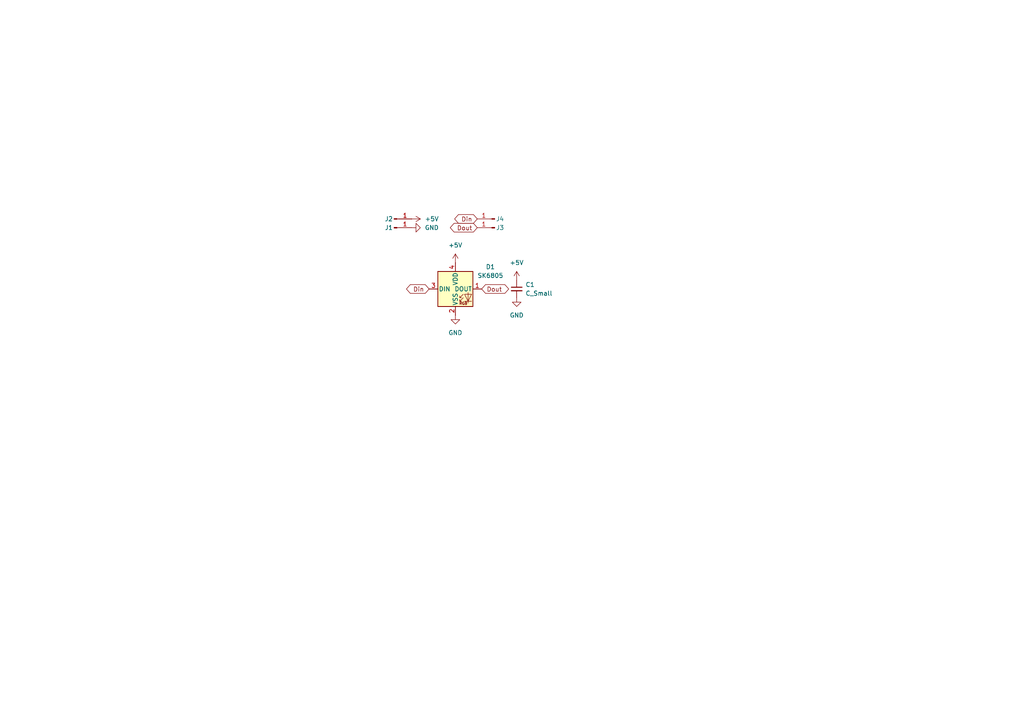
<source format=kicad_sch>
(kicad_sch (version 20250114) (generator "eeschema") (generator_version "9.0")
  (paper "A4")
  (lib_symbols
    (symbol "Connector:Conn_01x01_Pin" (pin_names (offset 1.016) (hide yes))
      (property "Reference" "J" (at 0 2.54 0))
      (property "Value" "Conn_01x01_Pin" (at 0 -2.54 0))
      (symbol "Conn_01x01_Pin_1_1"
        (rectangle (start 0.8636 0.127) (end 0 -0.127) (stroke (width 0.1524)) (fill (type outline)))
        (polyline (pts (xy 1.27 0) (xy 0.8636 0)) (stroke (width 0.1524)))
        (pin passive line (at 5.08 0 180) (length 3.81) (name "Pin_1") (number "1"))
      )
    )
    (symbol "Device:C_Small" (pin_numbers (hide yes)) (pin_names (offset 0.254) (hide yes))
      (property "Reference" "C" (at 0.254 1.778 0))
      (property "Value" "C_Small" (at 0.254 -2.032 0))
      (symbol "C_Small_0_1"
        (polyline (pts (xy -1.524 0.508) (xy 1.524 0.508)) (stroke (width 0.3048)))
        (polyline (pts (xy -1.524 -0.508) (xy 1.524 -0.508)) (stroke (width 0.3302)))
      )
      (symbol "C_Small_1_1"
        (pin passive line (at 0 2.54 270) (length 2.032) (name "~") (number "1"))
        (pin passive line (at 0 -2.54 90) (length 2.032) (name "~") (number "2"))
      )
    )
    (symbol "LED:SK6805" (pin_names (offset 0.254))
      (property "Reference" "D" (at 5.08 5.715 0))
      (property "Value" "SK6805" (at 1.27 -5.715 0))
      (symbol "SK6805_0_0"
        (text "RGB" (at 2.286 -4.191 0) (effects (font (size 0.762 0.762))))
      )
      (symbol "SK6805_0_1"
        (polyline (pts (xy 1.27 -2.54) (xy 1.778 -2.54)))
        (polyline (pts (xy 1.27 -3.556) (xy 1.778 -3.556)))
        (polyline (pts (xy 2.286 -1.524) (xy 1.27 -2.54) (xy 1.27 -2.032)))
        (polyline (pts (xy 2.286 -2.54) (xy 1.27 -3.556) (xy 1.27 -3.048)))
        (polyline (pts (xy 3.683 -1.016) (xy 3.683 -3.556) (xy 3.683 -4.064)))
        (polyline (pts (xy 4.699 -1.524) (xy 2.667 -1.524) (xy 3.683 -3.556) (xy 4.699 -1.524)))
        (polyline (pts (xy 4.699 -3.556) (xy 2.667 -3.556)))
        (rectangle (start 5.08 5.08) (end -5.08 -5.08) (stroke (width 0.254)) (fill (type background)))
      )
      (symbol "SK6805_1_1"
        (pin input line (at -7.62 0 0) (length 2.54) (name "DIN") (number "3"))
        (pin power_in line (at 0 7.62 270) (length 2.54) (name "VDD") (number "4"))
        (pin power_in line (at 0 -7.62 90) (length 2.54) (name "VSS") (number "2"))
        (pin output line (at 7.62 0 180) (length 2.54) (name "DOUT") (number "1"))
      )
    )
    (symbol "power:+5V" (power) (pin_numbers (hide yes)) (pin_names (offset 0) (hide yes))
      (property "Value" "+5V" (at 0 3.556 0))
      (symbol "+5V_0_1"
        (polyline (pts (xy -0.762 1.27) (xy 0 2.54)))
        (polyline (pts (xy 0 2.54) (xy 0.762 1.27)))
        (polyline (pts (xy 0 0) (xy 0 2.54)))
      )
      (symbol "+5V_1_1"
        (pin power_in line (at 0 0 90) (length 0) (name "~") (number "1"))
      )
    )
    (symbol "power:GND" (power) (pin_numbers (hide yes)) (pin_names (offset 0) (hide yes))
      (property "Value" "GND" (at 0 -3.81 0))
      (symbol "GND_0_1"
        (polyline (pts (xy 0 0) (xy 0 -1.27) (xy 1.27 -1.27) (xy 0 -2.54) (xy -1.27 -1.27) (xy 0 -1.27)))
      )
      (symbol "GND_1_1"
        (pin power_in line (at 0 0 270) (length 0) (name "~") (number "1"))
      )
    )
  )
  (global_label "Dout" (shape bidirectional) (at 138.43 66.04 180) (property "Intersheetrefs" "${INTERSHEET_REFS}" (effects (hide yes))))
  (global_label "Din" (shape bidirectional) (at 138.43 63.5 180) (property "Intersheetrefs" "${INTERSHEET_REFS}" (effects (hide yes))))
  (global_label "Din" (shape bidirectional) (at 124.46 83.82 180) (property "Intersheetrefs" "${INTERSHEET_REFS}" (effects (hide yes))))
  (global_label "Dout" (shape bidirectional) (at 139.7 83.82 0) (property "Intersheetrefs" "${INTERSHEET_REFS}" (effects (hide yes))))
  (symbol (lib_id "power:GND") (at 119.38 66.04 90) (unit 1)
    (property "Reference" "#PWR03" (effects (hide yes)))
    (property "Value" "GND" (at 123.19 66.0399 90) (effects (justify right)))
    (property "Description" "Power symbol creates a global label with name \"GND\" , ground" (effects (hide yes)))
  )
  (symbol (lib_id "power:+5V") (at 119.38 63.5 270) (unit 1)
    (property "Reference" "#PWR04" (effects (hide yes)))
    (property "Value" "+5V" (at 123.19 63.4999 90) (effects (justify left)))
    (property "Description" "Power symbol creates a global label with name \"+5V\"" (effects (hide yes)))
  )
  (symbol (lib_id "Device:C_Small") (at 149.86 83.82 0) (unit 1)
    (property "Reference" "C1" (at 152.4 82.5562 0) (effects (justify left)))
    (property "Value" "C_Small" (at 152.4 85.0962 0) (effects (justify left)))
    (property "Footprint" "Capacitor_SMD:C_0603_1608Metric" (effects (hide yes)))
    (property "Description" "Unpolarized capacitor, small symbol" (effects (hide yes)))
  )
  (symbol (lib_id "LED:SK6805") (at 132.08 83.82 0) (unit 1)
    (property "Reference" "D1" (at 142.24 77.3998 0))
    (property "Value" "SK6805" (at 142.24 79.9398 0))
    (property "Footprint" "Yamaha:ws2812b-2020" (effects (hide yes)))
    (property "Datasheet" "https://cdn-shop.adafruit.com/product-files/3484/3484_Datasheet.pdf" (effects (hide yes)))
    (property "Description" "RGB LED with integrated controller" (effects (hide yes)))
  )
  (symbol (lib_id "power:+5V") (at 149.86 81.28 0) (unit 1)
    (property "Reference" "#PWR05" (effects (hide yes)))
    (property "Value" "+5V" (at 149.86 76.2 0))
    (property "Description" "Power symbol creates a global label with name \"+5V\"" (effects (hide yes)))
  )
  (symbol (lib_id "Connector:Conn_01x01_Pin") (at 114.3 66.04 0) (unit 1)
    (property "Reference" "J1" (at 112.776 66.04 0))
    (property "Value" "Conn_01x01_Pin" (effects (hide yes)))
    (property "Footprint" "Yamaha:smd_pad_3.0x2.0mm_01x01" (effects (hide yes)))
    (property "Description" "Generic connector, single row, 01x01, script generated" (effects (hide yes)))
  )
  (symbol (lib_id "power:+5V") (at 132.08 76.2 0) (unit 1)
    (property "Reference" "#PWR06" (effects (hide yes)))
    (property "Value" "+5V" (at 132.08 71.12 0))
    (property "Description" "Power symbol creates a global label with name \"+5V\"" (effects (hide yes)))
  )
  (symbol (lib_id "Connector:Conn_01x01_Pin") (at 143.51 63.5 180) (unit 1)
    (property "Reference" "J4" (at 145.034 63.5 0))
    (property "Value" "Conn_01x01_Pin" (effects (hide yes)))
    (property "Footprint" "Connector_PinHeader_1.27mm:PinHeader_1x01_P1.27mm_Vertical" (effects (hide yes)))
    (property "Description" "Generic connector, single row, 01x01, script generated" (effects (hide yes)))
  )
  (symbol (lib_id "Connector:Conn_01x01_Pin") (at 143.51 66.04 180) (unit 1)
    (property "Reference" "J3" (at 145.034 66.04 0))
    (property "Value" "Conn_01x01_Pin" (effects (hide yes)))
    (property "Footprint" "Connector_PinHeader_1.27mm:PinHeader_1x01_P1.27mm_Vertical" (effects (hide yes)))
    (property "Description" "Generic connector, single row, 01x01, script generated" (effects (hide yes)))
  )
  (symbol (lib_id "power:GND") (at 132.08 91.44 0) (unit 1)
    (property "Reference" "#PWR01" (effects (hide yes)))
    (property "Value" "GND" (at 132.08 96.52 0))
    (property "Description" "Power symbol creates a global label with name \"GND\" , ground" (effects (hide yes)))
  )
  (symbol (lib_id "power:GND") (at 149.86 86.36 0) (unit 1)
    (property "Reference" "#PWR02" (effects (hide yes)))
    (property "Value" "GND" (at 149.86 91.44 0))
    (property "Description" "Power symbol creates a global label with name \"GND\" , ground" (effects (hide yes)))
  )
  (symbol (lib_id "Connector:Conn_01x01_Pin") (at 114.3 63.5 0) (unit 1)
    (property "Reference" "J2" (at 112.776 63.5 0))
    (property "Value" "Conn_01x01_Pin" (effects (hide yes)))
    (property "Footprint" "Connector_PinHeader_2.00mm:PinHeader_1x01_P2.00mm_Vertical" (effects (hide yes)))
    (property "Description" "Generic connector, single row, 01x01, script generated" (effects (hide yes)))
  )
)
</source>
